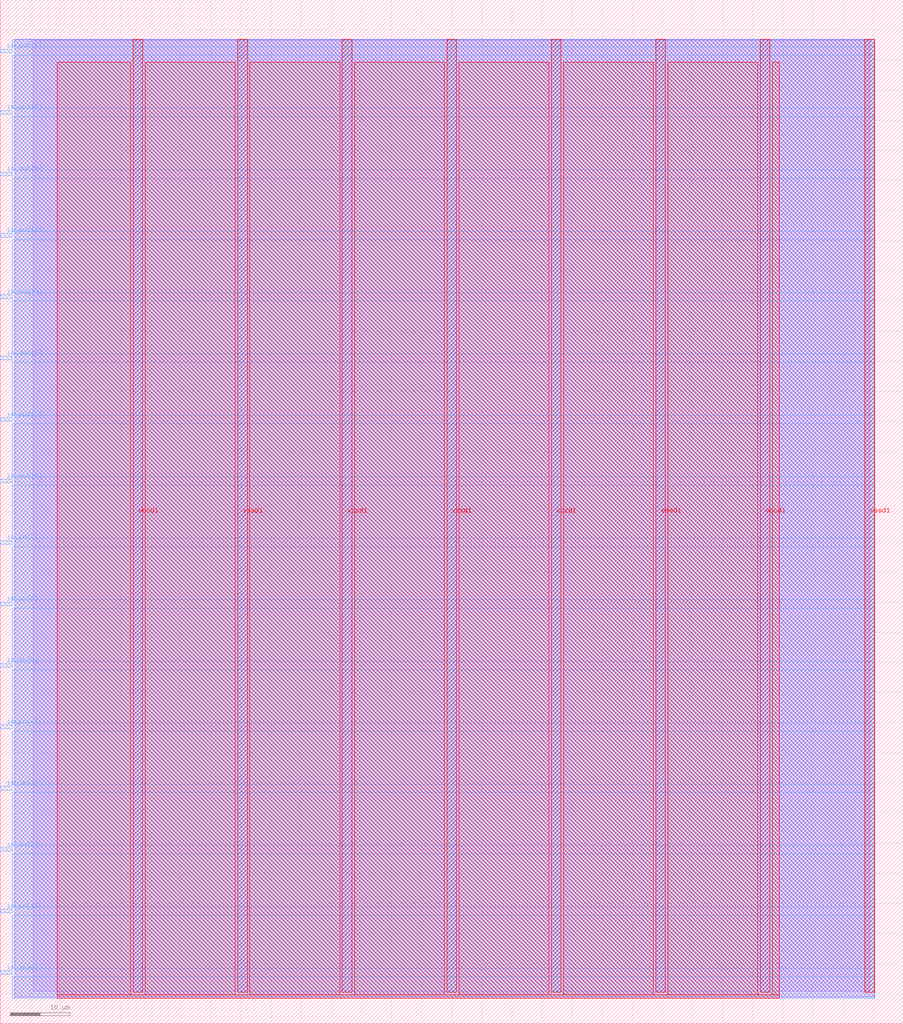
<source format=lef>
VERSION 5.7 ;
  NOWIREEXTENSIONATPIN ON ;
  DIVIDERCHAR "/" ;
  BUSBITCHARS "[]" ;
MACRO granth_crc_decelerator
  CLASS BLOCK ;
  FOREIGN granth_crc_decelerator ;
  ORIGIN 0.000 0.000 ;
  SIZE 150.000 BY 170.000 ;
  PIN io_in[0]
    DIRECTION INPUT ;
    USE SIGNAL ;
    PORT
      LAYER met3 ;
        RECT 0.000 8.200 2.000 8.800 ;
    END
  END io_in[0]
  PIN io_in[1]
    DIRECTION INPUT ;
    USE SIGNAL ;
    PORT
      LAYER met3 ;
        RECT 0.000 18.400 2.000 19.000 ;
    END
  END io_in[1]
  PIN io_in[2]
    DIRECTION INPUT ;
    USE SIGNAL ;
    PORT
      LAYER met3 ;
        RECT 0.000 28.600 2.000 29.200 ;
    END
  END io_in[2]
  PIN io_in[3]
    DIRECTION INPUT ;
    USE SIGNAL ;
    PORT
      LAYER met3 ;
        RECT 0.000 38.800 2.000 39.400 ;
    END
  END io_in[3]
  PIN io_in[4]
    DIRECTION INPUT ;
    USE SIGNAL ;
    PORT
      LAYER met3 ;
        RECT 0.000 49.000 2.000 49.600 ;
    END
  END io_in[4]
  PIN io_in[5]
    DIRECTION INPUT ;
    USE SIGNAL ;
    PORT
      LAYER met3 ;
        RECT 0.000 59.200 2.000 59.800 ;
    END
  END io_in[5]
  PIN io_in[6]
    DIRECTION INPUT ;
    USE SIGNAL ;
    PORT
      LAYER met3 ;
        RECT 0.000 69.400 2.000 70.000 ;
    END
  END io_in[6]
  PIN io_in[7]
    DIRECTION INPUT ;
    USE SIGNAL ;
    PORT
      LAYER met3 ;
        RECT 0.000 79.600 2.000 80.200 ;
    END
  END io_in[7]
  PIN io_out[0]
    DIRECTION OUTPUT TRISTATE ;
    USE SIGNAL ;
    PORT
      LAYER met3 ;
        RECT 0.000 89.800 2.000 90.400 ;
    END
  END io_out[0]
  PIN io_out[1]
    DIRECTION OUTPUT TRISTATE ;
    USE SIGNAL ;
    PORT
      LAYER met3 ;
        RECT 0.000 100.000 2.000 100.600 ;
    END
  END io_out[1]
  PIN io_out[2]
    DIRECTION OUTPUT TRISTATE ;
    USE SIGNAL ;
    PORT
      LAYER met3 ;
        RECT 0.000 110.200 2.000 110.800 ;
    END
  END io_out[2]
  PIN io_out[3]
    DIRECTION OUTPUT TRISTATE ;
    USE SIGNAL ;
    PORT
      LAYER met3 ;
        RECT 0.000 120.400 2.000 121.000 ;
    END
  END io_out[3]
  PIN io_out[4]
    DIRECTION OUTPUT TRISTATE ;
    USE SIGNAL ;
    PORT
      LAYER met3 ;
        RECT 0.000 130.600 2.000 131.200 ;
    END
  END io_out[4]
  PIN io_out[5]
    DIRECTION OUTPUT TRISTATE ;
    USE SIGNAL ;
    PORT
      LAYER met3 ;
        RECT 0.000 140.800 2.000 141.400 ;
    END
  END io_out[5]
  PIN io_out[6]
    DIRECTION OUTPUT TRISTATE ;
    USE SIGNAL ;
    PORT
      LAYER met3 ;
        RECT 0.000 151.000 2.000 151.600 ;
    END
  END io_out[6]
  PIN io_out[7]
    DIRECTION OUTPUT TRISTATE ;
    USE SIGNAL ;
    PORT
      LAYER met3 ;
        RECT 0.000 161.200 2.000 161.800 ;
    END
  END io_out[7]
  PIN vccd1
    DIRECTION INOUT ;
    USE POWER ;
    PORT
      LAYER met4 ;
        RECT 22.085 5.200 23.685 163.440 ;
    END
    PORT
      LAYER met4 ;
        RECT 56.815 5.200 58.415 163.440 ;
    END
    PORT
      LAYER met4 ;
        RECT 91.545 5.200 93.145 163.440 ;
    END
    PORT
      LAYER met4 ;
        RECT 126.275 5.200 127.875 163.440 ;
    END
  END vccd1
  PIN vssd1
    DIRECTION INOUT ;
    USE GROUND ;
    PORT
      LAYER met4 ;
        RECT 39.450 5.200 41.050 163.440 ;
    END
    PORT
      LAYER met4 ;
        RECT 74.180 5.200 75.780 163.440 ;
    END
    PORT
      LAYER met4 ;
        RECT 108.910 5.200 110.510 163.440 ;
    END
    PORT
      LAYER met4 ;
        RECT 143.640 5.200 145.240 163.440 ;
    END
  END vssd1
  OBS
      LAYER li1 ;
        RECT 5.520 5.355 144.440 163.285 ;
      LAYER met1 ;
        RECT 2.370 4.460 145.240 163.440 ;
      LAYER met2 ;
        RECT 2.390 4.235 145.210 163.385 ;
      LAYER met3 ;
        RECT 2.000 162.200 145.230 163.365 ;
        RECT 2.400 160.800 145.230 162.200 ;
        RECT 2.000 152.000 145.230 160.800 ;
        RECT 2.400 150.600 145.230 152.000 ;
        RECT 2.000 141.800 145.230 150.600 ;
        RECT 2.400 140.400 145.230 141.800 ;
        RECT 2.000 131.600 145.230 140.400 ;
        RECT 2.400 130.200 145.230 131.600 ;
        RECT 2.000 121.400 145.230 130.200 ;
        RECT 2.400 120.000 145.230 121.400 ;
        RECT 2.000 111.200 145.230 120.000 ;
        RECT 2.400 109.800 145.230 111.200 ;
        RECT 2.000 101.000 145.230 109.800 ;
        RECT 2.400 99.600 145.230 101.000 ;
        RECT 2.000 90.800 145.230 99.600 ;
        RECT 2.400 89.400 145.230 90.800 ;
        RECT 2.000 80.600 145.230 89.400 ;
        RECT 2.400 79.200 145.230 80.600 ;
        RECT 2.000 70.400 145.230 79.200 ;
        RECT 2.400 69.000 145.230 70.400 ;
        RECT 2.000 60.200 145.230 69.000 ;
        RECT 2.400 58.800 145.230 60.200 ;
        RECT 2.000 50.000 145.230 58.800 ;
        RECT 2.400 48.600 145.230 50.000 ;
        RECT 2.000 39.800 145.230 48.600 ;
        RECT 2.400 38.400 145.230 39.800 ;
        RECT 2.000 29.600 145.230 38.400 ;
        RECT 2.400 28.200 145.230 29.600 ;
        RECT 2.000 19.400 145.230 28.200 ;
        RECT 2.400 18.000 145.230 19.400 ;
        RECT 2.000 9.200 145.230 18.000 ;
        RECT 2.400 7.800 145.230 9.200 ;
        RECT 2.000 4.255 145.230 7.800 ;
      LAYER met4 ;
        RECT 9.495 4.800 21.685 159.625 ;
        RECT 24.085 4.800 39.050 159.625 ;
        RECT 41.450 4.800 56.415 159.625 ;
        RECT 58.815 4.800 73.780 159.625 ;
        RECT 76.180 4.800 91.145 159.625 ;
        RECT 93.545 4.800 108.510 159.625 ;
        RECT 110.910 4.800 125.875 159.625 ;
        RECT 128.275 4.800 129.425 159.625 ;
        RECT 9.495 4.255 129.425 4.800 ;
  END
END granth_crc_decelerator
END LIBRARY


</source>
